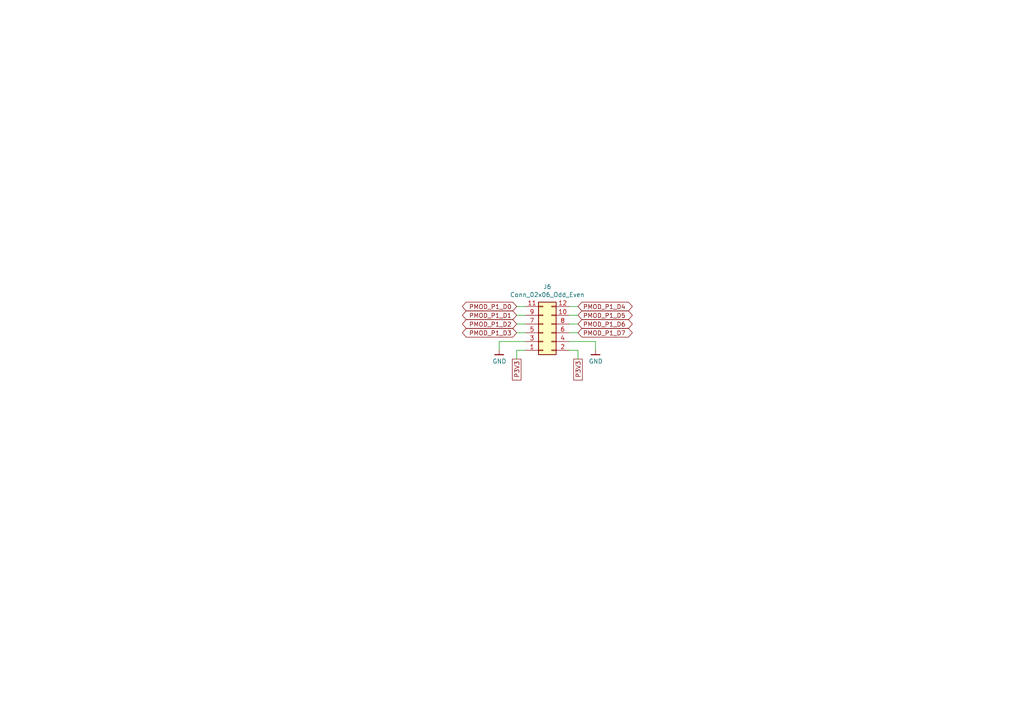
<source format=kicad_sch>
(kicad_sch (version 20231120) (generator "eeschema") (generator_version "8.0")
  (paper "A4")
  (lib_symbols
    (symbol "Connector_Generic:Conn_02x06_Odd_Even" (pin_names (offset 1.016) hide)
      (property "Reference" "J" (at 1.27 7.62 0))
      (property "Value" "Conn_02x06_Odd_Even" (at 1.27 -10.16 0))
      (symbol "Conn_02x06_Odd_Even_1_1"
        (rectangle (start -1.27 -7.493) (end 0 -7.747) (stroke (width 0.1524)))
        (rectangle (start -1.27 -4.953) (end 0 -5.207) (stroke (width 0.1524)))
        (rectangle (start -1.27 -2.413) (end 0 -2.667) (stroke (width 0.1524)))
        (rectangle (start -1.27 0.127) (end 0 -0.127) (stroke (width 0.1524)))
        (rectangle (start -1.27 2.667) (end 0 2.413) (stroke (width 0.1524)))
        (rectangle (start -1.27 5.207) (end 0 4.953) (stroke (width 0.1524)))
        (rectangle (start -1.27 6.35) (end 3.81 -8.89) (stroke (width 0.254)) (fill (type background)))
        (rectangle (start 3.81 -7.493) (end 2.54 -7.747) (stroke (width 0.1524)))
        (rectangle (start 3.81 -4.953) (end 2.54 -5.207) (stroke (width 0.1524)))
        (rectangle (start 3.81 -2.413) (end 2.54 -2.667) (stroke (width 0.1524)))
        (rectangle (start 3.81 0.127) (end 2.54 -0.127) (stroke (width 0.1524)))
        (rectangle (start 3.81 2.667) (end 2.54 2.413) (stroke (width 0.1524)))
        (rectangle (start 3.81 5.207) (end 2.54 4.953) (stroke (width 0.1524)))
        (pin passive line (at -5.08 5.08 0) (length 3.81) (name "Pin_1") (number "1"))
        (pin passive line (at 7.62 -5.08 180) (length 3.81) (name "Pin_10") (number "10"))
        (pin passive line (at -5.08 -7.62 0) (length 3.81) (name "Pin_11") (number "11"))
        (pin passive line (at 7.62 -7.62 180) (length 3.81) (name "Pin_12") (number "12"))
        (pin passive line (at 7.62 5.08 180) (length 3.81) (name "Pin_2") (number "2"))
        (pin passive line (at -5.08 2.54 0) (length 3.81) (name "Pin_3") (number "3"))
        (pin passive line (at 7.62 2.54 180) (length 3.81) (name "Pin_4") (number "4"))
        (pin passive line (at -5.08 0 0) (length 3.81) (name "Pin_5") (number "5"))
        (pin passive line (at 7.62 0 180) (length 3.81) (name "Pin_6") (number "6"))
        (pin passive line (at -5.08 -2.54 0) (length 3.81) (name "Pin_7") (number "7"))
        (pin passive line (at 7.62 -2.54 180) (length 3.81) (name "Pin_8") (number "8"))
        (pin passive line (at -5.08 -5.08 0) (length 3.81) (name "Pin_9") (number "9"))
      )
    )
    (symbol "ng_power:GND" (power) (pin_names (offset 0))
      (property "Value" "GND" (at 0 -2.54 0))
      (symbol "GND_0_1"
        (polyline (pts (xy 0 -1.27) (xy 0 0)))
        (polyline (pts (xy 1.27 -1.27) (xy -1.27 -1.27)) (stroke (width 0.3048)))
      )
      (symbol "GND_1_1"
        (pin power_in line (at 0 0 270) (length 0) hide (name "GND") (number "1"))
      )
    )
  )
  (wire (pts (xy 165.1 101.6) (xy 167.64 101.6)))
  (wire (pts (xy 172.72 99.06) (xy 172.72 101.6)))
  (wire (pts (xy 165.1 91.44) (xy 167.64 91.44)))
  (wire (pts (xy 149.86 93.98) (xy 152.4 93.98)))
  (wire (pts (xy 167.64 101.6) (xy 167.64 104.14)))
  (wire (pts (xy 144.78 99.06) (xy 144.78 101.6)))
  (wire (pts (xy 165.1 93.98) (xy 167.64 93.98)))
  (wire (pts (xy 149.86 101.6) (xy 149.86 104.14)))
  (wire (pts (xy 149.86 96.52) (xy 152.4 96.52)))
  (wire (pts (xy 165.1 96.52) (xy 167.64 96.52)))
  (wire (pts (xy 149.86 88.9) (xy 152.4 88.9)))
  (wire (pts (xy 149.86 91.44) (xy 152.4 91.44)))
  (wire (pts (xy 165.1 99.06) (xy 172.72 99.06)))
  (wire (pts (xy 144.78 99.06) (xy 152.4 99.06)))
  (wire (pts (xy 149.86 101.6) (xy 152.4 101.6)))
  (wire (pts (xy 165.1 88.9) (xy 167.64 88.9)))
  (global_label "PMOD_P1_D2" (shape bidirectional) (at 149.86 93.98 180) (property "Intersheetrefs" "${INTERSHEET_REFS}" (effects (hide yes))))
  (global_label "PMOD_P1_D4" (shape bidirectional) (at 167.64 88.9 0) (property "Intersheetrefs" "${INTERSHEET_REFS}" (effects (hide yes))))
  (global_label "PMOD_P1_D6" (shape bidirectional) (at 167.64 93.98 0) (property "Intersheetrefs" "${INTERSHEET_REFS}" (effects (hide yes))))
  (global_label "PMOD_P1_D0" (shape bidirectional) (at 149.86 88.9 180) (property "Intersheetrefs" "${INTERSHEET_REFS}" (effects (hide yes))))
  (global_label "PMOD_P1_D3" (shape bidirectional) (at 149.86 96.52 180) (property "Intersheetrefs" "${INTERSHEET_REFS}" (effects (hide yes))))
  (global_label "PMOD_P1_D7" (shape bidirectional) (at 167.64 96.52 0) (property "Intersheetrefs" "${INTERSHEET_REFS}" (effects (hide yes))))
  (global_label "P3V3" (shape passive) (at 149.86 104.14 270) (property "Intersheetrefs" "${INTERSHEET_REFS}" (effects (hide yes))))
  (global_label "P3V3" (shape passive) (at 167.64 104.14 270) (property "Intersheetrefs" "${INTERSHEET_REFS}" (effects (hide yes))))
  (global_label "PMOD_P1_D5" (shape bidirectional) (at 167.64 91.44 0) (property "Intersheetrefs" "${INTERSHEET_REFS}" (effects (hide yes))))
  (global_label "PMOD_P1_D1" (shape bidirectional) (at 149.86 91.44 180) (property "Intersheetrefs" "${INTERSHEET_REFS}" (effects (hide yes))))
  (symbol (lib_id "ng_power:GND") (at 172.72 101.6 0) (unit 1)
    (property "Reference" "#PWR073" (effects (hide yes)))
    (property "Value" "GND" (at 172.7962 104.8004 0))
  )
  (symbol (lib_id "ng_power:GND") (at 144.78 101.6 0) (unit 1)
    (property "Reference" "#PWR08" (effects (hide yes)))
    (property "Value" "GND" (at 144.8562 104.8004 0))
  )
  (symbol (lib_id "Connector_Generic:Conn_02x06_Odd_Even") (at 157.48 96.52 0) (mirror x) (unit 1)
    (property "Reference" "J6" (at 158.75 83.185 0))
    (property "Value" "Conn_02x06_Odd_Even" (at 158.75 85.4964 0))
    (property "Footprint" "Connector_PinSocket_2.54mm:PinSocket_2x06_P2.54mm_Horizontal" (effects (hide yes)))
  )
)
</source>
